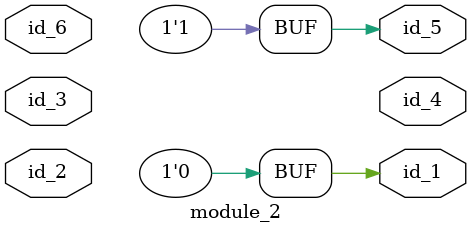
<source format=v>
module module_0;
  assign id_1[1'b0] = id_1;
  wire id_2;
  wire id_3;
  assign id_3 = id_3;
  wire id_4;
  wire id_5;
endmodule
module module_1;
  wire id_1;
  assign id_1 = id_1;
  module_0 modCall_1 ();
  wire id_2;
  wire id_3;
endmodule
module module_2 (
    id_1,
    id_2,
    id_3,
    id_4,
    id_5,
    id_6
);
  inout wire id_6;
  output wire id_5;
  output wire id_4;
  inout wire id_3;
  inout wire id_2;
  output wire id_1;
  assign id_5 = 1;
  module_0 modCall_1 ();
  assign id_1 = "";
  wire id_7;
endmodule

</source>
